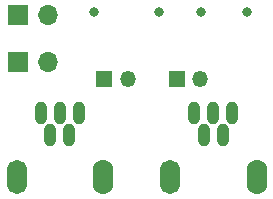
<source format=gbr>
%TF.GenerationSoftware,KiCad,Pcbnew,8.0.1*%
%TF.CreationDate,2024-04-23T13:44:49-04:00*%
%TF.ProjectId,HearingProbeBoard,48656172-696e-4675-9072-6f6265426f61,rev?*%
%TF.SameCoordinates,Original*%
%TF.FileFunction,Soldermask,Top*%
%TF.FilePolarity,Negative*%
%FSLAX46Y46*%
G04 Gerber Fmt 4.6, Leading zero omitted, Abs format (unit mm)*
G04 Created by KiCad (PCBNEW 8.0.1) date 2024-04-23 13:44:49*
%MOMM*%
%LPD*%
G01*
G04 APERTURE LIST*
%ADD10R,1.700000X1.700000*%
%ADD11O,1.700000X1.700000*%
%ADD12R,1.350000X1.350000*%
%ADD13O,1.350000X1.350000*%
%ADD14C,0.800000*%
%ADD15O,1.052400X1.952400*%
%ADD16O,1.700000X2.900000*%
%ADD17O,1.750000X2.950000*%
G04 APERTURE END LIST*
D10*
%TO.C,J3*%
X121600000Y-101500000D03*
D11*
X124140000Y-101500000D03*
%TD*%
D12*
%TO.C,J6*%
X135000000Y-102900000D03*
D13*
X137000000Y-102900000D03*
%TD*%
D12*
%TO.C,J5*%
X128850000Y-102900000D03*
D13*
X130850000Y-102900000D03*
%TD*%
D10*
%TO.C,J4*%
X121600000Y-97500000D03*
D11*
X124140000Y-97500000D03*
%TD*%
D14*
%TO.C,MIC3*%
X137100000Y-97300000D03*
%TD*%
%TO.C,MIC1*%
X128000000Y-97300000D03*
%TD*%
%TO.C,MIC2*%
X133500000Y-97300000D03*
%TD*%
D15*
%TO.C,J2*%
X139700000Y-105850000D03*
X138900000Y-107650000D03*
X138100000Y-105850000D03*
X137300000Y-107650000D03*
X136500000Y-105850000D03*
D16*
X134450000Y-111200000D03*
D17*
X141775000Y-111225000D03*
%TD*%
D15*
%TO.C,J1*%
X126700000Y-105850000D03*
X125900000Y-107650000D03*
X125100000Y-105850000D03*
X124300000Y-107650000D03*
X123500000Y-105850000D03*
D16*
X121450000Y-111200000D03*
D17*
X128750000Y-111200000D03*
%TD*%
D14*
%TO.C,MIC4*%
X141000000Y-97300000D03*
%TD*%
M02*

</source>
